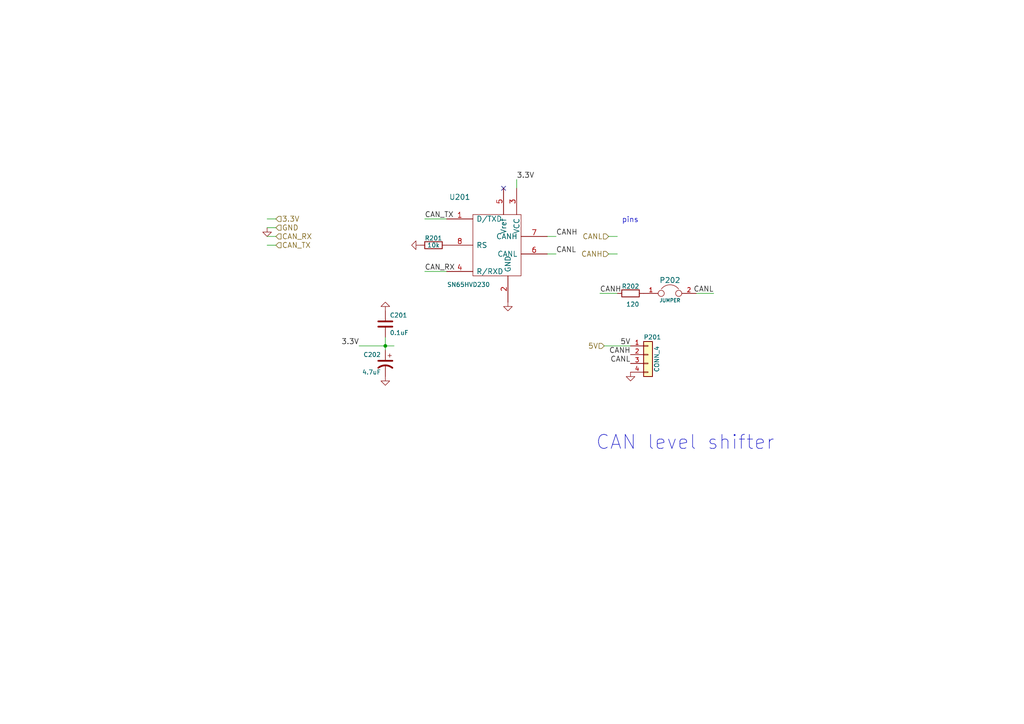
<source format=kicad_sch>
(kicad_sch (version 20210621) (generator eeschema)
  (paper "A4")
  (title_block (title "Frankenso") (date "8 jan 2015") (rev ".02") (company "gerefi.com"))
  (lib_symbols
    (symbol "Connector_Generic:Conn_01x04" (pin_names (offset 1.016) hide)
      (property "Reference" "J" (at 0 5.08 0))
      (property "Value" "Conn_01x04" (at 0 -7.62 0))
      (symbol "Conn_01x04_1_1"
        (rectangle (start -1.27 -4.953) (end 0 -5.207) (stroke (width 0.1524)))
        (rectangle (start -1.27 -2.413) (end 0 -2.667) (stroke (width 0.1524)))
        (rectangle (start -1.27 0.127) (end 0 -0.127) (stroke (width 0.1524)))
        (rectangle (start -1.27 2.667) (end 0 2.413) (stroke (width 0.1524)))
        (rectangle (start -1.27 3.81) (end 1.27 -6.35) (stroke (width 0.254)) (fill (type background)))
        (pin passive line (at -5.08 2.54 0) (length 3.81) (name "Pin_1") (number "1"))
        (pin passive line (at -5.08 0 0) (length 3.81) (name "Pin_2") (number "2"))
        (pin passive line (at -5.08 -2.54 0) (length 3.81) (name "Pin_3") (number "3"))
        (pin passive line (at -5.08 -5.08 0) (length 3.81) (name "Pin_4") (number "4"))
      )
    )
    (symbol "Device:C" (pin_numbers hide) (pin_names (offset 0.254))
      (property "Reference" "C" (at 0.635 2.54 0))
      (property "Value" "C" (at 0.635 -2.54 0))
      (symbol "C_0_1"
        (polyline (pts (xy -2.032 -0.762) (xy 2.032 -0.762)) (stroke (width 0.508)))
        (polyline (pts (xy -2.032 0.762) (xy 2.032 0.762)) (stroke (width 0.508)))
      )
      (symbol "C_1_1"
        (pin passive line (at 0 3.81 270) (length 2.794) (name "~") (number "1"))
        (pin passive line (at 0 -3.81 90) (length 2.794) (name "~") (number "2"))
      )
    )
    (symbol "Device:CP1" (pin_numbers hide) (pin_names (offset 0.254) hide)
      (property "Reference" "C" (at 0.635 2.54 0))
      (property "Value" "CP1" (at 0.635 -2.54 0))
      (symbol "CP1_0_1"
        (arc (start -2.032 -1.27) (end 2.032 -1.27) (radius (at 0 -3.81) (length 3.2512) (angles 128.7 51.3)) (stroke (width 0.508)))
        (polyline (pts (xy -2.032 0.762) (xy 2.032 0.762)) (stroke (width 0.508)))
        (polyline (pts (xy -1.778 2.286) (xy -0.762 2.286)))
        (polyline (pts (xy -1.27 1.778) (xy -1.27 2.794)))
      )
      (symbol "CP1_1_1"
        (pin passive line (at 0 3.81 270) (length 2.794) (name "~") (number "1"))
        (pin passive line (at 0 -3.81 90) (length 3.302) (name "~") (number "2"))
      )
    )
    (symbol "Device:Jumper" (pin_names (offset 0.762) hide)
      (property "Reference" "JP" (at 0 3.81 0))
      (property "Value" "Jumper" (at 0 -2.032 0))
      (symbol "Jumper_0_1"
        (arc (start -2.4892 1.27) (end 2.5146 1.27) (radius (at 0 -0.6604) (length 3.175) (angles 142.6 37.3)))
        (circle (center -2.54 0) (radius 0.889))
        (circle (center 2.54 0) (radius 0.889))
        (pin passive line (at -7.62 0 0) (length 4.191) (name "1") (number "1"))
        (pin passive line (at 7.62 0 180) (length 4.191) (name "2") (number "2"))
      )
    )
    (symbol "Device:R" (pin_numbers hide) (pin_names (offset 0))
      (property "Reference" "R" (at 2.032 0 90))
      (property "Value" "R" (at 0 0 90))
      (symbol "R_0_1"
        (rectangle (start -1.016 -2.54) (end 1.016 2.54) (stroke (width 0.254)))
      )
      (symbol "R_1_1"
        (pin passive line (at 0 3.81 270) (length 1.27) (name "~") (number "1"))
        (pin passive line (at 0 -3.81 90) (length 1.27) (name "~") (number "2"))
      )
    )
    (symbol "mini48-stm32-rescue:SN65HVD230-art-electro-ic" (pin_names (offset 1.016))
      (property "Reference" "U" (at -10.16 13.97 0))
      (property "Value" "SN65HVD230-art-electro-ic" (at -7.62 -11.43 0))
      (symbol "SN65HVD230-art-electro-ic_0_1"
        (rectangle (start -6.35 8.89) (end 7.62 -8.89))
      )
      (symbol "SN65HVD230-art-electro-ic_1_1"
        (pin passive line (at -13.97 7.62 0) (length 7.62) (name "D/TXD") (number "1"))
        (pin passive line (at 3.81 -16.51 90) (length 7.62) (name "GND") (number "2"))
        (pin power_in line (at 6.35 16.51 270) (length 7.62) (name "VCC") (number "3"))
        (pin passive line (at -13.97 -7.62 0) (length 7.62) (name "R/RXD") (number "4"))
        (pin passive line (at 2.54 16.51 270) (length 7.62) (name "Vref") (number "5"))
        (pin passive line (at 15.24 -2.54 180) (length 7.62) (name "CANL") (number "6"))
        (pin passive line (at 15.24 2.54 180) (length 7.62) (name "CANH") (number "7"))
        (pin passive line (at -13.97 0 0) (length 7.62) (name "RS") (number "8"))
      )
    )
    (symbol "power:GND" (power) (pin_names (offset 0))
      (property "Value" "GND" (at 0 -3.81 0))
      (symbol "GND_0_1"
        (polyline (pts (xy 0 0) (xy 0 -1.27) (xy 1.27 -1.27) (xy 0 -2.54) (xy -1.27 -1.27) (xy 0 -1.27)))
      )
      (symbol "GND_1_1"
        (pin power_in line (at 0 0 270) (length 0) hide (name "GND") (number "1"))
      )
    )
  )
  (junction (at 111.76 100.33))
  (no_connect (at 146.05 54.61))
  (wire (pts (xy 77.47 63.5) (xy 80.01 63.5)))
  (wire (pts (xy 77.47 66.04) (xy 80.01 66.04)))
  (wire (pts (xy 77.47 68.58) (xy 80.01 68.58)))
  (wire (pts (xy 77.47 71.12) (xy 80.01 71.12)))
  (wire (pts (xy 104.14 100.33) (xy 111.76 100.33)))
  (wire (pts (xy 111.76 97.79) (xy 111.76 100.33)))
  (wire (pts (xy 111.76 100.33) (xy 111.76 101.6)))
  (wire (pts (xy 111.76 100.33) (xy 114.3 100.33)))
  (wire (pts (xy 129.54 63.5) (xy 123.19 63.5)))
  (wire (pts (xy 129.54 78.74) (xy 123.19 78.74)))
  (wire (pts (xy 149.86 54.61) (xy 149.86 52.07)))
  (wire (pts (xy 158.75 68.58) (xy 161.29 68.58)))
  (wire (pts (xy 158.75 73.66) (xy 161.29 73.66)))
  (wire (pts (xy 179.07 68.58) (xy 176.53 68.58)))
  (wire (pts (xy 179.07 73.66) (xy 176.53 73.66)))
  (wire (pts (xy 179.07 85.09) (xy 173.99 85.09)))
  (wire (pts (xy 182.88 100.33) (xy 175.26 100.33)))
  (wire (pts (xy 201.93 85.09) (xy 207.01 85.09)))
  (text "CAN level shifter" (at 172.72 130.81 0) (effects (font (size 4.064 4.064)) (justify left bottom)))
  (text "pins" (at 180.34 64.77 0) (effects (font (size 1.524 1.524)) (justify left bottom)))
  (label "3.3V" (at 104.14 100.33 180) (effects (font (size 1.524 1.524))))
  (label "CAN_TX" (at 123.19 63.5 0) (effects (font (size 1.524 1.524))))
  (label "CAN_RX" (at 123.19 78.74 0) (effects (font (size 1.524 1.524))))
  (label "3.3V" (at 149.86 52.07 0) (effects (font (size 1.524 1.524))))
  (label "CANH" (at 161.29 68.58 0) (effects (font (size 1.524 1.524))))
  (label "CANL" (at 161.29 73.66 0) (effects (font (size 1.524 1.524))))
  (label "CANH" (at 173.99 85.09 0) (effects (font (size 1.524 1.524))))
  (label "5V" (at 182.88 100.33 180) (effects (font (size 1.524 1.524))))
  (label "CANH" (at 182.88 102.87 180) (effects (font (size 1.524 1.524))))
  (label "CANL" (at 182.88 105.41 180) (effects (font (size 1.524 1.524))))
  (label "CANL" (at 207.01 85.09 180) (effects (font (size 1.524 1.524))))
  (hierarchical_label "3.3V" (shape input) (at 80.01 63.5 0) (effects (font (size 1.524 1.524))))
  (hierarchical_label "GND" (shape input) (at 80.01 66.04 0) (effects (font (size 1.524 1.524))))
  (hierarchical_label "CAN_RX" (shape input) (at 80.01 68.58 0) (effects (font (size 1.524 1.524))))
  (hierarchical_label "CAN_TX" (shape input) (at 80.01 71.12 0) (effects (font (size 1.524 1.524))))
  (hierarchical_label "5V" (shape input) (at 175.26 100.33 180) (effects (font (size 1.524 1.524))))
  (hierarchical_label "CANL" (shape input) (at 176.53 68.58 180) (effects (font (size 1.524 1.524))))
  (hierarchical_label "CANH" (shape input) (at 176.53 73.66 180) (effects (font (size 1.524 1.524))))
  (symbol (lib_id "power:GND") (at 77.47 66.04 0) (unit 1)
    (property "Reference" "#PWR037" (effects hide))
    (property "Value" "GND" (effects hide))
  )
  (symbol (lib_id "power:GND") (at 111.76 90.17 180) (unit 1)
    (property "Reference" "#PWR034" (effects hide))
    (property "Value" "GND" (effects hide))
  )
  (symbol (lib_id "power:GND") (at 111.76 109.22 0) (unit 1)
    (property "Reference" "#PWR033" (effects hide))
    (property "Value" "GND" (effects hide))
  )
  (symbol (lib_id "power:GND") (at 121.92 71.12 270) (unit 1)
    (property "Reference" "#PWR036" (effects hide))
    (property "Value" "GND" (effects hide))
  )
  (symbol (lib_id "power:GND") (at 147.32 87.63 0) (unit 1)
    (property "Reference" "#PWR035" (effects hide))
    (property "Value" "GND" (effects hide))
  )
  (symbol (lib_id "power:GND") (at 182.88 107.95 0) (unit 1)
    (property "Reference" "#PWR038" (effects hide))
    (property "Value" "GND" (effects hide))
  )
  (symbol (lib_id "Device:R") (at 125.73 71.12 270) (mirror x) (unit 1)
    (property "Reference" "R201" (at 125.73 69.088 90))
    (property "Value" "10k" (at 125.73 71.12 90))
    (property "Footprint" "Resistor_SMD:R_0805_2012Metric" (effects hide))
    (property "mfg,mfg#" "BOURNS,CR0805-FX-1002ELF" (effects hide))
    (property "vend1,vend1#" "DIGI,CR0805-FX-1002ELFCT-ND" (effects hide))
    (property "JLC PN" "C212284" (effects hide))
    (property "MPN" "RMS10FT1002" (effects hide))
  )
  (symbol (lib_id "Device:R") (at 182.88 85.09 270) (mirror x) (unit 1)
    (property "Reference" "R202" (at 182.88 83.058 90))
    (property "Value" "120" (at 183.515 88.265 90))
    (property "Footprint" "Resistor_SMD:R_0805_2012Metric" (effects hide))
    (property "mfg,mfg#" "ECG,ERA6AEB121V" (effects hide))
    (property "vend1,vend1#" "DIGI,P120DACT-ND" (effects hide))
    (property "JLC PN" "C149652" (effects hide))
    (property "MPN" "CRH0805J120RP05Z" (effects hide))
  )
  (symbol (lib_id "Device:C") (at 111.76 93.98 0) (unit 1)
    (property "Reference" "C201" (at 113.03 91.44 0) (effects (justify left)))
    (property "Value" "0.1uF" (at 113.03 96.52 0) (effects (justify left)))
    (property "Footprint" "Capacitor_SMD:C_0805_2012Metric" (effects hide))
    (property "mfg,mfg#" "AVX,08055C104KAT2A" (effects hide))
    (property "vend1,vend1#" "DIGI,478-1395-1-ND" (effects hide))
    (property "JLC PN" "C111492" (effects hide))
    (property "MPN" "CC0805JRX7R9BB104" (effects hide))
  )
  (symbol (lib_id "Device:CP1") (at 111.76 105.41 0) (mirror y) (unit 1)
    (property "Reference" "C202" (at 110.49 102.87 0) (effects (justify left)))
    (property "Value" "4.7uF" (at 110.49 107.95 0) (effects (justify left)))
    (property "Footprint" "Capacitor_SMD:C_0805_2012Metric" (effects hide))
    (property "mfg,mfg#" "TDK,CGA4J3X5R1H475K125AB" (effects hide))
    (property "vend1,vend1#" "DIGI,445-7882-6-ND" (effects hide))
    (property "JLC PN" "C123621" (effects hide))
    (property "MPN" "0805B472K500CT" (effects hide))
  )
  (symbol (lib_id "Device:Jumper") (at 194.31 85.09 0) (unit 1)
    (property "Reference" "P202" (at 194.31 81.28 0) (effects (font (size 1.524 1.524))))
    (property "Value" "JUMPER" (at 194.31 87.122 0) (effects (font (size 1.016 1.016))))
    (property "Footprint" "JUMPER-2" (effects hide))
    (property "mfg,mfg#" "JUMPER-WIRE,0R" (effects hide))
    (property "vend1,vend1#" "JUMPER-WIRE,0R" (effects hide))
  )
  (symbol (lib_id "Connector_Generic:Conn_01x04") (at 187.96 102.87 0) (unit 1)
    (property "Reference" "P201" (at 189.23 97.79 0))
    (property "Value" "CONN_4" (at 190.5 104.14 90))
    (property "Footprint" "SIL-4" (effects hide))
  )
  (symbol (lib_id "mini48-stm32-rescue:SN65HVD230-art-electro-ic") (at 143.51 71.12 0) (unit 1)
    (property "Reference" "U201" (at 133.35 57.15 0) (effects (font (size 1.524 1.524))))
    (property "Value" "SN65HVD230" (at 135.89 82.55 0))
    (property "Footprint" "Package_SO:SO-8_3.9x4.9mm_P1.27mm" (effects hide))
    (property "mfg,mfg#" "TI,SN65HVD230QD" (effects hide))
    (property "vend1,vend1#" "digi,296-13123-5-ND" (effects hide))
    (property "JLC PN" "C12084" (effects hide))
    (property "MPN" "SN65HVD230DR" (effects hide))
  )
)
</source>
